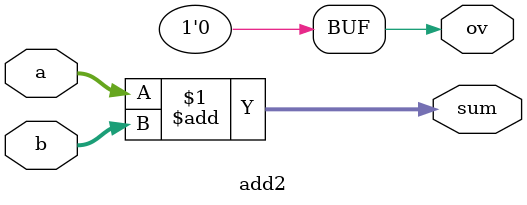
<source format=v>
module add2(a, b, sum, ov);

	input [3:0] a, b;
	output [3:0] sum;
	output ov;
	
	assign sum = a + b;
	assign ov = 1'b0;
		
endmodule


</source>
